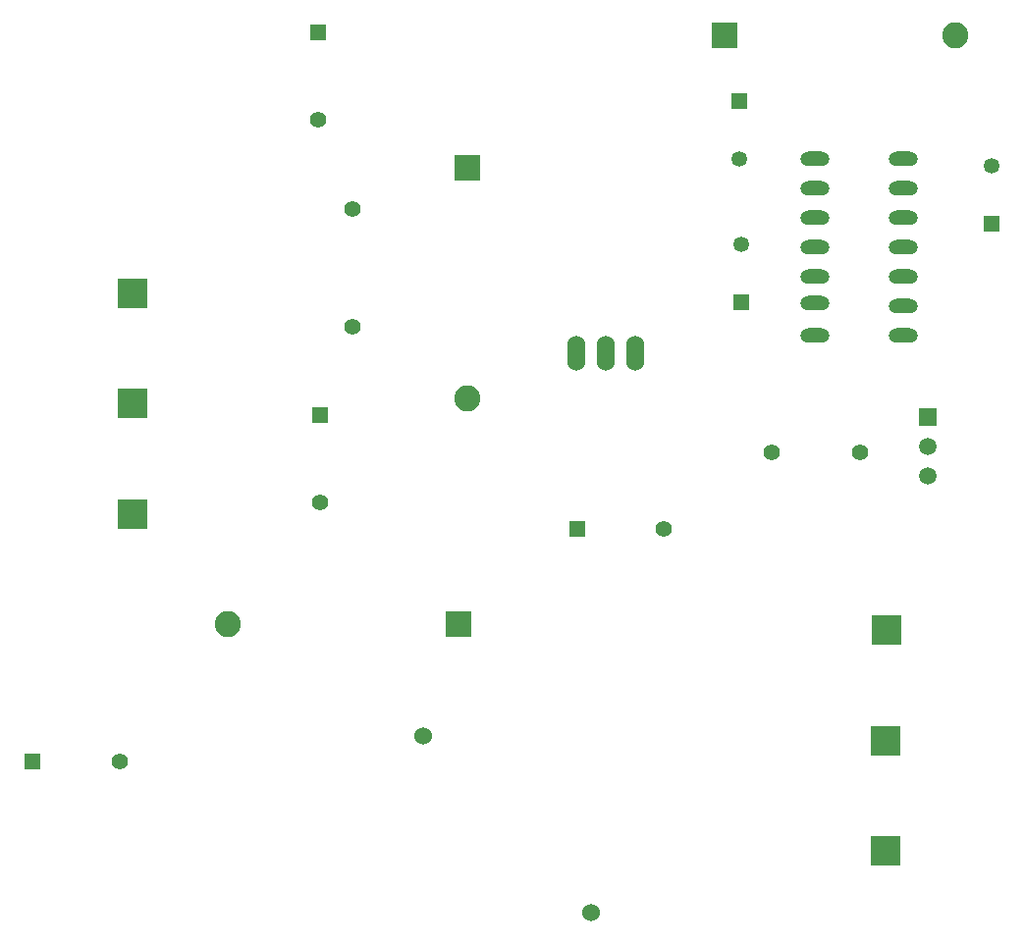
<source format=gbl>
%FSTAX23Y23*%
%MOIN*%
%SFA1B1*%

%IPPOS*%
%ADD39R,0.098425X0.098425*%
%ADD40C,0.088582*%
%ADD41R,0.088582X0.088582*%
%ADD42C,0.053150*%
%ADD43R,0.053150X0.053150*%
%ADD44C,0.055118*%
%ADD45R,0.055118X0.055118*%
%ADD46R,0.055118X0.055118*%
%ADD47C,0.060000*%
%ADD48O,0.100000X0.050000*%
%ADD49C,0.023622*%
%ADD50R,0.088582X0.088582*%
%ADD51O,0.060000X0.120000*%
%ADD52R,0.059055X0.059055*%
%ADD53C,0.059055*%
%LNcharger-1*%
%LPD*%
G54D39*
X0064Y0145D03*
X00639Y01075D03*
X0064Y01824D03*
X03196Y00305D03*
X03197Y00679D03*
X03196Y-00069D03*
G54D40*
X03431Y027D03*
X01775Y01468D03*
X00963Y007D03*
G54D41*
X02648Y027D03*
X01746Y007D03*
G54D42*
X03555Y02258D03*
X02705Y0199D03*
X027Y02281D03*
G54D43*
X03555Y02061D03*
X02705Y01793D03*
X027Y02478D03*
G54D44*
X02809Y01285D03*
X03109D03*
X0127Y02414D03*
X01275Y01114D03*
X00595Y00235D03*
X02442Y01025D03*
X01385Y0211D03*
Y0171D03*
G54D45*
X0127Y0271D03*
X01275Y0141D03*
G54D46*
X00299Y00235D03*
X02147Y01025D03*
G54D47*
X02195Y-0028D03*
X01625Y0032D03*
G54D48*
X03255Y0178D03*
Y0218D03*
Y0228D03*
X02955D03*
Y0218D03*
Y0208D03*
Y0188D03*
Y0179D03*
X03255Y0188D03*
Y0198D03*
Y0208D03*
X02955Y0198D03*
Y0168D03*
X03255D03*
G54D49*
X03255Y0228D03*
G54D50*
X01775Y02251D03*
G54D51*
X02145Y0162D03*
X02245D03*
X02345D03*
G54D52*
X0334Y01405D03*
G54D53*
X0334Y01305D03*
Y01205D03*
M02*
</source>
